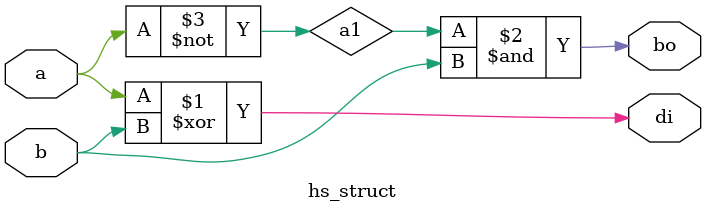
<source format=v>
`timescale 1ns / 1ps


module fs_hs(
    input a,b,cin,
    output di,bo
    );
    wire w1,w2w,w4;
 hs_struct h1(a,b,w1,w2);
 hs_struct h2(w1,cin,di,w3);
 hs_struct h3(w2,w3,bo,w4);
endmodule
module hs_struct(
    input a,b,
    output di,bo
    );
    wire a1;
    not g1(a1,a);
    xor g2(di,a,b);
    and g3(bo,a1,b);
endmodule

</source>
